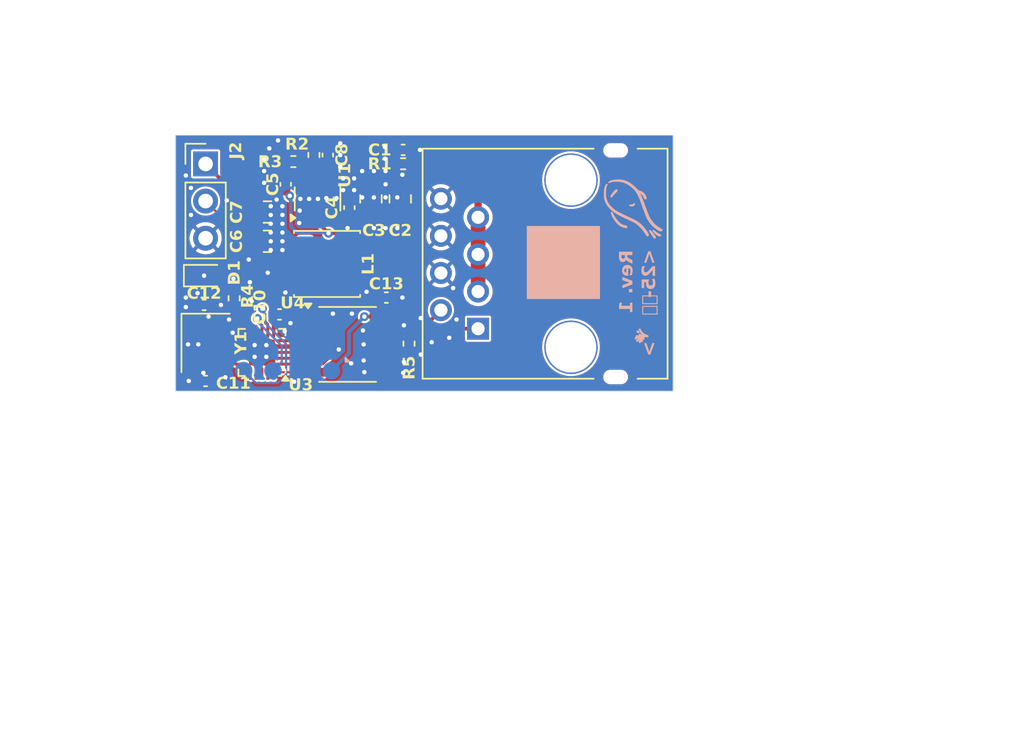
<source format=kicad_pcb>
(kicad_pcb (version 20241229) (generator "pcbnew") (generator_version "9.0")
  (layers (0 "F.Cu" signal) (2 "B.Cu" signal) (13 "F.Paste" user) (15 "B.Paste" user) (5 "F.SilkS" user "F.Silkscreen") (7 "B.SilkS" user "B.Silkscreen") (1 "F.Mask" user) (3 "B.Mask" user) (25 "Edge.Cuts" user))
  (net 0 "")
  (net 1 "GND")
  (net 2 "+24V")
  (net 3 "Net-(U1-BOOT)")
  (net 4 "Net-(U1-SW)")
  (net 5 "Net-(U1-FB)")
  (net 6 "/RS485_A")
  (net 7 "/RS485_B")
  (net 9 "Net-(C1-Pad1)")
  (net 10 "+5V")
  (net 11 "Net-(U3-PF1)")
  (net 12 "Net-(U3-PF0)")
  (net 13 "Net-(D1-A)")
  (net 14 "/SWDIO")
  (net 15 "/SWCLK")
  (net 16 "/LIGHT_SIG")
  (net 17 "/ACT_LED")
  (net 19 "/UART_RX")
  (net 20 "/UART_TX")
  (net 23 "/DE")
  (footprint "RJ45:RJ45_OST_PJ012-8P8CX_Vertical" (layer "F.Cu") (at 82.67 52.4775 90)
    (property "Reference" "J3" (hide yes))
    (property "Value" "RJ45")
    (pad "" np_thru_hole circle (at -3.305 9.4 90) (size 0.1 0.1) (drill oval 1 1.7) (layers "*.Cu" "*.Mask"))
    (pad "" np_thru_hole circle (at -1.27 6.35 90) (size 3.65 3.65) (drill 3.45) (layers "*.Cu" "*.Mask"))
    (pad "" np_thru_hole circle (at 10.16 6.35 90) (size 3.65 3.65) (drill 3.45) (layers "*.Cu" "*.Mask"))
    (pad "" np_thru_hole circle (at 12.195 9.4 90) (size 0.1 0.1) (drill oval 1 1.7) (layers "*.Cu" "*.Mask"))
    (pad "1" thru_hole rect (at 0 0 90) (size 1.5 1.5) (drill 0.9) (layers "*.Cu" "*.Mask") (net 6 "/RS485_A"))
    (pad "2" thru_hole circle (at 1.27 -2.54 90) (size 1.5 1.5) (drill 0.9) (layers "*.Cu" "*.Mask") (net 7 "/RS485_B"))
    (pad "3" thru_hole circle (at 2.54 0 90) (size 1.5 1.5) (drill 0.9) (layers "*.Cu" "*.Mask") (net 2 "+24V"))
    (pad "4" thru_hole circle (at 3.81 -2.54 90) (size 1.5 1.5) (drill 0.9) (layers "*.Cu" "*.Mask") (net 1 "GND"))
    (pad "5" thru_hole circle (at 5.08 0 90) (size 1.5 1.5) (drill 0.9) (layers "*.Cu" "*.Mask") (net 2 "+24V"))
    (pad "6" thru_hole circle (at 6.35 -2.54 90) (size 1.5 1.5) (drill 0.9) (layers "*.Cu" "*.Mask") (net 1 "GND"))
    (pad "7" thru_hole circle (at 7.62 0 90) (size 1.5 1.5) (drill 0.9) (layers "*.Cu" "*.Mask") (net 2 "+24V"))
    (pad "8" thru_hole circle (at 8.89 -2.54 90) (size 1.5 1.5) (drill 0.9) (layers "*.Cu" "*.Mask") (net 1 "GND"))
  )
  (footprint "Capacitor_SMD:C_0402_1005Metric" (layer "F.Cu") (at 77.55 40.25)
    (property "Reference" "C1" (at -1.6 0.05 0) (layer "F.SilkS") (effects (font (size 0.8 0.8))))
    (property "Value" "100n")
    (pad "1" smd roundrect (at -0.48 0) (size 0.56 0.62) (layers "F.Cu" "F.Mask" "F.Paste") (net 9 "Net-(C1-Pad1)"))
    (pad "2" smd roundrect (at 0.48 0) (size 0.56 0.62) (layers "F.Cu" "F.Mask" "F.Paste") (net 1 "GND"))
  )
  (footprint "Resistor_SMD:R_0402_1005Metric" (layer "F.Cu") (at 71.45 40.6 -90)
    (property "Reference" "R2" (at -0.7 1.15 0) (layer "F.SilkS") (effects (font (size 0.8 0.8))))
    (property "Value" "100k")
    (pad "1" smd roundrect (at -0.51 0 270) (size 0.54 0.64) (layers "F.Cu" "F.Mask" "F.Paste") (net 10 "+5V"))
    (pad "2" smd roundrect (at 0.51 0 270) (size 0.54 0.64) (layers "F.Cu" "F.Mask" "F.Paste") (net 5 "Net-(U1-FB)"))
  )
  (footprint "Capacitor_SMD:C_0402_1005Metric" (layer "F.Cu") (at 63.95 50.85)
    (property "Reference" "C12" (at 0 -0.75 0) (layer "F.SilkS") (effects (font (size 0.8 0.8))))
    (property "Value" "15p")
    (pad "1" smd roundrect (at -0.48 0) (size 0.56 0.62) (layers "F.Cu" "F.Mask" "F.Paste") (net 12 "Net-(U3-PF0)"))
    (pad "2" smd roundrect (at 0.48 0) (size 0.56 0.62) (layers "F.Cu" "F.Mask" "F.Paste") (net 1 "GND"))
  )
  (footprint "Capacitor_SMD:C_0402_1005Metric" (layer "F.Cu") (at 69.1 51.5)
    (property "Reference" "C10" (at -1.3 -0.5 90) (layer "F.SilkS") (effects (font (size 0.8 0.8))))
    (property "Value" "100n")
    (pad "1" smd roundrect (at -0.48 0) (size 0.56 0.62) (layers "F.Cu" "F.Mask" "F.Paste") (net 10 "+5V"))
    (pad "2" smd roundrect (at 0.48 0) (size 0.56 0.62) (layers "F.Cu" "F.Mask" "F.Paste") (net 1 "GND"))
  )
  (footprint "Resistor_SMD:R_0402_1005Metric" (layer "F.Cu") (at 70.05 41.05 180)
    (property "Reference" "R3" (at 1.6 -0.05 0) (layer "F.SilkS") (effects (font (size 0.8 0.8))))
    (property "Value" "15k")
    (pad "1" smd roundrect (at -0.51 0 180) (size 0.54 0.64) (layers "F.Cu" "F.Mask" "F.Paste") (net 5 "Net-(U1-FB)"))
    (pad "2" smd roundrect (at 0.51 0 180) (size 0.54 0.64) (layers "F.Cu" "F.Mask" "F.Paste") (net 1 "GND"))
  )
  (footprint "Resistor_SMD:R_0402_1005Metric" (layer "F.Cu") (at 77.55 41.2 180)
    (property "Reference" "R1" (at 1.6 -0.05 0) (layer "F.SilkS") (effects (font (size 0.8 0.8))))
    (property "Value" "4.7")
    (pad "1" smd roundrect (at -0.51 0 180) (size 0.54 0.64) (layers "F.Cu" "F.Mask" "F.Paste") (net 2 "+24V"))
    (pad "2" smd roundrect (at 0.51 0 180) (size 0.54 0.64) (layers "F.Cu" "F.Mask" "F.Paste") (net 9 "Net-(C1-Pad1)"))
  )
  (footprint "Inductor_SMD:L_Sunlord_SWPA4030S" (layer "F.Cu") (at 72.35 48.05 180)
    (property "Reference" "L1" (at -2.85 0 90) (layer "F.SilkS") (effects (font (size 0.8 0.8))))
    (property "Value" "10u")
    (pad "1" smd roundrect (at -1.5 0 180) (size 1.1 3.7) (layers "F.Cu" "F.Mask" "F.Paste") (roundrect_rratio 0.227273) (net 4 "Net-(U1-SW)"))
    (pad "2" smd roundrect (at 1.5 0 180) (size 1.1 3.7) (layers "F.Cu" "F.Mask" "F.Paste") (roundrect_rratio 0.227273) (net 10 "+5V"))
  )
  (footprint "Connector_PinHeader_2.54mm:PinHeader_1x03_P2.54mm_Vertical" (layer "F.Cu") (at 64.05 41.21)
    (property "Reference" "J2" (at 2.1 -0.91 90) (layer "F.SilkS") (effects (font (size 0.8 0.8))))
    (property "Value" "Conn_01x03_Pin")
    (pad "1" thru_hole rect (at 0 0) (size 1.7 1.7) (drill 1) (layers "*.Cu" "*.Mask") (net 10 "+5V"))
    (pad "2" thru_hole circle (at 0 2.54) (size 1.7 1.7) (drill 1) (layers "*.Cu" "*.Mask") (net 16 "/LIGHT_SIG"))
    (pad "3" thru_hole circle (at 0 5.08) (size 1.7 1.7) (drill 1) (layers "*.Cu" "*.Mask") (net 1 "GND"))
  )
  (footprint "Capacitor_SMD:C_0402_1005Metric" (layer "F.Cu") (at 72.4 40.6 -90)
    (property "Reference" "C8" (at 0 -1 90) (layer "F.SilkS") (effects (font (size 0.8 0.8))))
    (property "Value" "75p")
    (pad "1" smd roundrect (at -0.48 0 270) (size 0.56 0.62) (layers "F.Cu" "F.Mask" "F.Paste") (net 10 "+5V"))
    (pad "2" smd roundrect (at 0.48 0 270) (size 0.56 0.62) (layers "F.Cu" "F.Mask" "F.Paste") (net 5 "Net-(U1-FB)"))
  )
  (footprint "Capacitor_SMD:C_0402_1005Metric" (layer "F.Cu") (at 76.4 50.35 180)
    (property "Reference" "C13" (at 0 0.9 0) (layer "F.SilkS") (effects (font (size 0.8 0.8))))
    (property "Value" "100n")
    (pad "1" smd roundrect (at -0.48 0 180) (size 0.56 0.62) (layers "F.Cu" "F.Mask" "F.Paste") (net 1 "GND"))
    (pad "2" smd roundrect (at 0.48 0 180) (size 0.56 0.62) (layers "F.Cu" "F.Mask" "F.Paste") (net 10 "+5V"))
  )
  (footprint "Capacitor_SMD:C_0402_1005Metric" (layer "F.Cu") (at 73.875 44.2 90)
    (property "Reference" "C4" (at 0 -1.16 90) (layer "F.SilkS") (effects (font (size 0.8 0.8))))
    (property "Value" "100n")
    (pad "1" smd roundrect (at -0.48 0 90) (size 0.56 0.62) (layers "F.Cu" "F.Mask" "F.Paste") (net 2 "+24V"))
    (pad "2" smd roundrect (at 0.48 0 90) (size 0.56 0.62) (layers "F.Cu" "F.Mask" "F.Paste") (net 1 "GND"))
  )
  (footprint "Capacitor_SMD:C_0402_1005Metric" (layer "F.Cu") (at 64.05 56.05 180)
    (property "Reference" "C11" (at -1.9 -0.2 0) (layer "F.SilkS") (effects (font (size 0.8 0.8))))
    (property "Value" "15p")
    (pad "1" smd roundrect (at -0.48 0 180) (size 0.56 0.62) (layers "F.Cu" "F.Mask" "F.Paste") (net 11 "Net-(U3-PF1)"))
    (pad "2" smd roundrect (at 0.48 0 180) (size 0.56 0.62) (layers "F.Cu" "F.Mask" "F.Paste") (net 1 "GND"))
  )
  (footprint "Capacitor_SMD:C_0402_1005Metric" (layer "F.Cu") (at 69.525 42.6 -90)
    (property "Reference" "C5" (at 0 0.85 90) (layer "F.SilkS") (effects (font (size 0.8 0.8))))
    (property "Value" "100n")
    (pad "1" smd roundrect (at -0.48 0 270) (size 0.56 0.62) (layers "F.Cu" "F.Mask" "F.Paste") (net 3 "Net-(U1-BOOT)"))
    (pad "2" smd roundrect (at 0.48 0 270) (size 0.56 0.62) (layers "F.Cu" "F.Mask" "F.Paste") (net 4 "Net-(U1-SW)"))
  )
  (footprint "Capacitor_SMD:C_0805_2012Metric" (layer "F.Cu") (at 77.35 43.6 90)
    (property "Reference" "C2" (at -2.2 0 0) (layer "F.SilkS") (effects (font (size 0.8 0.8))))
    (property "Value" "10u 50V")
    (pad "1" smd roundrect (at -0.95 0 90) (size 1 1.45) (layers "F.Cu" "F.Mask" "F.Paste") (net 2 "+24V"))
    (pad "2" smd roundrect (at 0.95 0 90) (size 1 1.45) (layers "F.Cu" "F.Mask" "F.Paste") (net 1 "GND"))
  )
  (footprint "Resistor_SMD:R_0402_1005Metric" (layer "F.Cu") (at 66 50.4 90)
    (property "Reference" "R4" (at 0.15 0.95 90) (layer "F.SilkS") (effects (font (size 0.8 0.8))))
    (property "Value" "6.8k")
    (pad "1" smd roundrect (at -0.51 0 90) (size 0.54 0.64) (layers "F.Cu" "F.Mask" "F.Paste") (net 17 "/ACT_LED"))
    (pad "2" smd roundrect (at 0.51 0 90) (size 0.54 0.64) (layers "F.Cu" "F.Mask" "F.Paste") (net 13 "Net-(D1-A)"))
  )
  (footprint "Package_SO:SOIC-8_3.9x4.9mm_P1.27mm" (layer "F.Cu") (at 73.75 53.55)
    (property "Reference" "U4" (at -3.75 -2.795 0) (layer "F.SilkS") (effects (font (size 0.8 0.8))))
    (property "Value" "SP485E")
    (pad "1" smd roundrect (at -2.475 -1.905) (size 1.95 0.6) (layers "F.Cu" "F.Mask" "F.Paste") (net 19 "/UART_RX"))
    (pad "2" smd roundrect (at -2.475 -0.635) (size 1.95 0.6) (layers "F.Cu" "F.Mask" "F.Paste") (net 23 "/DE"))
    (pad "3" smd roundrect (at -2.475 0.635) (size 1.95 0.6) (layers "F.Cu" "F.Mask" "F.Paste") (net 23 "/DE"))
    (pad "4" smd roundrect (at -2.475 1.905) (size 1.95 0.6) (layers "F.Cu" "F.Mask" "F.Paste") (net 20 "/UART_TX"))
    (pad "5" smd roundrect (at 2.475 1.905) (size 1.95 0.6) (layers "F.Cu" "F.Mask" "F.Paste") (net 1 "GND"))
    (pad "6" smd roundrect (at 2.475 0.635) (size 1.95 0.6) (layers "F.Cu" "F.Mask" "F.Paste") (net 6 "/RS485_A"))
    (pad "7" smd roundrect (at 2.475 -0.635) (size 1.95 0.6) (layers "F.Cu" "F.Mask" "F.Paste") (net 7 "/RS485_B"))
    (pad "8" smd roundrect (at 2.475 -1.905) (size 1.95 0.6) (layers "F.Cu" "F.Mask" "F.Paste") (net 10 "+5V"))
  )
  (footprint "Resistor_SMD:R_0402_1005Metric" (layer "F.Cu") (at 77.95 53.5 90)
    (property "Reference" "R5" (at -1.65 0.05 90) (layer "F.SilkS") (effects (font (size 0.8 0.8))))
    (property "Value" "100")
    (pad "1" smd roundrect (at -0.51 0 90) (size 0.54 0.64) (layers "F.Cu" "F.Mask" "F.Paste") (net 6 "/RS485_A"))
    (pad "2" smd roundrect (at 0.51 0 90) (size 0.54 0.64) (layers "F.Cu" "F.Mask" "F.Paste") (net 7 "/RS485_B"))
  )
  (footprint "Package_TO_SOT_SMD:SOT-23-6" (layer "F.Cu") (at 71.7 43.6 90)
    (property "Reference" "U1" (at 1.6 1.9 90) (layer "F.SilkS") (effects (font (size 0.8 0.8))))
    (property "Value" "TPS54302")
    (pad "1" smd roundrect (at -1.1375 -0.95 90) (size 1.325 0.6) (layers "F.Cu" "F.Mask" "F.Paste") (net 1 "GND"))
    (pad "2" smd roundrect (at -1.1375 0 90) (size 1.325 0.6) (layers "F.Cu" "F.Mask" "F.Paste") (net 4 "Net-(U1-SW)"))
    (pad "3" smd roundrect (at -1.1375 0.95 90) (size 1.325 0.6) (layers "F.Cu" "F.Mask" "F.Paste") (net 2 "+24V"))
    (pad "4" smd roundrect (at 1.1375 0.95 90) (size 1.325 0.6) (layers "F.Cu" "F.Mask" "F.Paste") (net 5 "Net-(U1-FB)"))
    (pad "5" smd roundrect (at 1.1375 0 90) (size 1.325 0.6) (layers "F.Cu" "F.Mask" "F.Paste"))
    (pad "6" smd roundrect (at 1.1375 -0.95 90) (size 1.325 0.6) (layers "F.Cu" "F.Mask" "F.Paste") (net 3 "Net-(U1-BOOT)"))
  )
  (footprint "Capacitor_SMD:C_0805_2012Metric" (layer "F.Cu") (at 68.275 46.5)
    (property "Reference" "C6" (at -2.075 0 90) (layer "F.SilkS") (effects (font (size 0.8 0.8))))
    (property "Value" "22u 25V")
    (pad "1" smd roundrect (at -0.95 0) (size 1 1.45) (layers "F.Cu" "F.Mask" "F.Paste") (net 10 "+5V"))
    (pad "2" smd roundrect (at 0.95 0) (size 1 1.45) (layers "F.Cu" "F.Mask" "F.Paste") (net 1 "GND"))
  )
  (footprint "Package_DFN_QFN:QFN-20-1EP_3x3mm_P0.4mm_EP1.65x1.65mm" (layer "F.Cu") (at 67.9 54.1 180)
    (property "Reference" "U3" (at -2.65 -2.25 0) (layer "F.SilkS") (effects (font (size 0.8 0.8))))
    (property "Value" "PY32F003F18U6")
    (pad "1" smd roundrect (at -1.45 -0.8 180) (size 0.85 0.2) (layers "F.Cu" "F.Mask" "F.Paste") (net 19 "/UART_RX"))
    (pad "2" smd roundrect (at -1.45 -0.4 180) (size 0.85 0.2) (layers "F.Cu" "F.Mask" "F.Paste") (net 23 "/DE"))
    (pad "3" smd roundrect (at -1.45 0 180) (size 0.85 0.2) (layers "F.Cu" "F.Mask" "F.Paste"))
    (pad "4" smd roundrect (at -1.45 0.4 180) (size 0.85 0.2) (layers "F.Cu" "F.Mask" "F.Paste") (net 1 "GND"))
    (pad "5" smd roundrect (at -1.45 0.8 180) (size 0.85 0.2) (layers "F.Cu" "F.Mask" "F.Paste"))
    (pad "6" smd roundrect (at -0.8 1.45 180) (size 0.2 0.85) (layers "F.Cu" "F.Mask" "F.Paste") (net 10 "+5V"))
    (pad "7" smd roundrect (at -0.4 1.45 180) (size 0.2 0.85) (layers "F.Cu" "F.Mask" "F.Paste") (net 14 "/SWDIO"))
    (pad "8" smd roundrect (at 0 1.45 180) (size 0.2 0.85) (layers "F.Cu" "F.Mask" "F.Paste") (net 15 "/SWCLK"))
    (pad "9" smd roundrect (at 0.4 1.45 180) (size 0.2 0.85) (layers "F.Cu" "F.Mask" "F.Paste"))
    (pad "10" smd roundrect (at 0.8 1.45 180) (size 0.2 0.85) (layers "F.Cu" "F.Mask" "F.Paste") (net 16 "/LIGHT_SIG"))
    (pad "11" smd roundrect (at 1.45 0.8 180) (size 0.85 0.2) (layers "F.Cu" "F.Mask" "F.Paste") (net 17 "/ACT_LED"))
    (pad "12" smd roundrect (at 1.45 0.4 180) (size 0.85 0.2) (layers "F.Cu" "F.Mask" "F.Paste"))
    (pad "13" smd roundrect (at 1.45 0 180) (size 0.85 0.2) (layers "F.Cu" "F.Mask" "F.Paste") (net 12 "Net-(U3-PF0)"))
    (pad "14" smd roundrect (at 1.45 -0.4 180) (size 0.85 0.2) (layers "F.Cu" "F.Mask" "F.Paste") (net 11 "Net-(U3-PF1)"))
    (pad "15" smd roundrect (at 1.45 -0.8 180) (size 0.85 0.2) (layers "F.Cu" "F.Mask" "F.Paste"))
    (pad "16" smd roundrect (at 0.8 -1.45 180) (size 0.2 0.85) (layers "F.Cu" "F.Mask" "F.Paste"))
    (pad "17" smd roundrect (at 0.4 -1.45 180) (size 0.2 0.85) (layers "F.Cu" "F.Mask" "F.Paste"))
    (pad "18" smd roundrect (at 0 -1.45 180) (size 0.2 0.85) (layers "F.Cu" "F.Mask" "F.Paste"))
    (pad "19" smd roundrect (at -0.4 -1.45 180) (size 0.2 0.85) (layers "F.Cu" "F.Mask" "F.Paste"))
    (pad "20" smd roundrect (at -0.8 -1.45 180) (size 0.2 0.85) (layers "F.Cu" "F.Mask" "F.Paste") (net 20 "/UART_TX"))
    (pad "21" smd rect (at 0 0 180) (size 1.65 1.65) (property pad_prop_heatsink) (layers "F.Cu" "F.Mask") (net 1 "GND"))
  )
  (footprint "Capacitor_SMD:C_0805_2012Metric" (layer "F.Cu") (at 68.275 44.5)
    (property "Reference" "C7" (at -2.075 0 90) (layer "F.SilkS") (effects (font (size 0.8 0.8))))
    (property "Value" "22u 25V")
    (pad "1" smd roundrect (at -0.95 0) (size 1 1.45) (layers "F.Cu" "F.Mask" "F.Paste") (net 10 "+5V"))
    (pad "2" smd roundrect (at 0.95 0) (size 1 1.45) (layers "F.Cu" "F.Mask" "F.Paste") (net 1 "GND"))
  )
  (footprint "Crystal:Crystal_SMD_3225-4Pin_3.2x2.5mm" (layer "F.Cu") (at 64.05 53.45 -90)
    (property "Reference" "Y1" (at 0 -2.45 90) (layer "F.SilkS") (effects (font (size 0.8 0.8))))
    (property "Value" "16MHz 9pF")
    (pad "1" smd rect (at -1.1 0.85 270) (size 1.4 1.2) (layers "F.Cu" "F.Mask" "F.Paste") (net 12 "Net-(U3-PF0)"))
    (pad "2" smd rect (at 1.1 0.85 270) (size 1.4 1.2) (layers "F.Cu" "F.Mask" "F.Paste") (net 1 "GND"))
    (pad "3" smd rect (at 1.1 -0.85 270) (size 1.4 1.2) (layers "F.Cu" "F.Mask" "F.Paste") (net 11 "Net-(U3-PF1)"))
    (pad "4" smd rect (at -1.1 -0.85 270) (size 1.4 1.2) (layers "F.Cu" "F.Mask" "F.Paste") (net 1 "GND"))
  )
  (footprint "LED_SMD:LED_0603_1608Metric" (layer "F.Cu") (at 64.05 48.85)
    (property "Reference" "D1" (at 2 -0.2 90) (layer "F.SilkS") (effects (font (size 0.8 0.8))))
    (property "Value" "White")
    (pad "1" smd roundrect (at -0.7875 0) (size 0.875 0.95) (layers "F.Cu" "F.Mask" "F.Paste") (net 1 "GND"))
    (pad "2" smd roundrect (at 0.7875 0) (size 0.875 0.95) (layers "F.Cu" "F.Mask" "F.Paste") (net 13 "Net-(D1-A)"))
  )
  (footprint "Capacitor_SMD:C_0805_2012Metric" (layer "F.Cu") (at 75.35 43.6 90)
    (property "Reference" "C3" (at -2.2 0.2 0) (layer "F.SilkS") (effects (font (size 0.8 0.8))))
    (property "Value" "10u 50V")
    (pad "1" smd roundrect (at -0.95 0 90) (size 1 1.45) (layers "F.Cu" "F.Mask" "F.Paste") (net 2 "+24V"))
    (pad "2" smd roundrect (at 0.95 0 90) (size 1 1.45) (layers "F.Cu" "F.Mask" "F.Paste") (net 1 "GND"))
  )
  (footprint "LOGO" (layer "B.Cu") (at 93.35 44.35 -90)
    (property "Reference" "G***" (hide yes))
    (property "Value" "LOGO" (hide yes))
  )
  (footprint "TestPoints_P2.00:TestPoints_1x04_P2.00" (layer "B.Cu") (at 69.65 55.35 180)
    (property "Reference" "J1" (hide yes))
    (property "Value" "Conn_01x04")
    (pad "1" smd circle (at -3 0 180) (size 1.2 1.2) (layers "B.Cu" "B.Mask" "B.Paste") (net 10 "+5V"))
    (pad "2" smd circle (at -1 0 180) (size 1.2 1.2) (layers "B.Cu" "B.Mask" "B.Paste") (net 1 "GND"))
    (pad "3" smd circle (at 1 0 180) (size 1.2 1.2) (layers "B.Cu" "B.Mask" "B.Paste") (net 15 "/SWCLK"))
    (pad "4" smd circle (at 3 0 180) (size 1.2 1.2) (layers "B.Cu" "B.Mask" "B.Paste") (net 14 "/SWDIO"))
  )
  (gr_rect (start 86 45.45) (end 91 50.45) (fill yes) (layer "B.SilkS"))
  (gr_arc (start 93.544087 53.301578) (mid 93.792959 53.067949) (end 94.119509 52.968527) (stroke (width 0.15)) (layer "B.SilkS"))
  (gr_line (start 93.96951 53.168527) (end 93.869509 53.168527) (stroke (width 0.15)) (layer "B.SilkS"))
  (gr_line (start 93.619509 52.718526) (end 93.569509 52.668526) (stroke (width 0.15)) (layer "B.SilkS"))
  (gr_line (start 93.719509 52.893527) (end 93.694509 52.968527) (stroke (width 0.15)) (layer "B.SilkS"))
  (gr_arc (start 93.721305 53.384526) (mid 93.86988 53.112407) (end 94.144509 52.968527) (stroke (width 0.15)) (layer "B.SilkS"))
  (gr_arc (start 94.212382 52.974273) (mid 93.914862 52.817352) (end 93.719511 52.543527) (stroke (width 0.15)) (layer "B.SilkS"))
  (gr_line (start 93.869509 53.318527) (end 93.79451 53.318527) (stroke (width 0.15)) (layer "B.SilkS"))
  (gr_line (start 93.519509 52.993526) (end 93.519509 53.043527) (stroke (width 0.15)) (layer "B.SilkS"))
  (gr_arc (start 93.442486 53.140409) (mid 93.81962 52.936587) (end 94.24451 52.993527) (stroke (width 0.15)) (layer "B.SilkS"))
  (gr_rect (start 62 39.25) (end 96 56.75) (stroke (width 0.05)) (fill no) (layer "Edge.Cuts"))
  (gr_text "Rev. 1" (at 93.370316 47.093527 90) (layer "B.SilkS") (effects (font (size 0.9 0.9) (thickness 0.2) (bold yes)) (justify left bottom mirror)))
  (gr_text "白露" (at 94.870316 50.143527 90) (layer "B.SilkS") (effects (font (size 0.85 0.85) (thickness 0.18) (bold yes)) (justify left bottom mirror)))
  (gr_text "<25-" (at 94.920316 47.043527 90) (layer "B.SilkS") (effects (font (size 0.9 0.9) (thickness 0.18) (bold yes)) (justify left bottom mirror)))
  (gr_text ">" (at 94.920316 53.323527 90) (layer "B.SilkS") (effects (font (size 0.9 0.9) (thickness 0.18) (bold yes)) (justify left bottom mirror)))
  (segment (start 68.925 44.2) (end 68.925 41.665) (width 0.15) (layer "F.Cu") (net 1))
  (segment (start 69.225 44.2) (end 68.925 43.9) (width 0.15) (layer "F.Cu") (net 1))
  (segment (start 68.925 41.665) (end 69.54 41.05) (width 0.15) (layer "F.Cu") (net 1))
  (via (at 80.7 53.1) (size 0.6) (drill 0.3) (layers "F.Cu" "B.Cu") (net 1))
  (via (at 68.4 40.15) (size 0.6) (drill 0.3) (layers "F.Cu" "B.Cu") (net 1))
  (via (at 67.4 54.4) (size 0.6) (drill 0.3) (layers "F.Cu" "B.Cu") (net 1))
  (via (at 65.9 52.75) (size 0.6) (drill 0.3) (layers "F.Cu" "B.Cu") (net 1))
  (via (at 73.45 42.2) (size 0.6) (drill 0.3) (layers "F.Cu" "B.Cu") (net 1))
  (via (at 67.075 49.3) (size 0.6) (drill 0.3) (layers "F.Cu" "B.Cu") (net 1))
  (via (at 77.5 41.95) (size 0.6) (drill 0.3) (layers "F.Cu" "B.Cu") (net 1))
  (via (at 73.25 39.8) (size 0.6) (drill 0.3) (layers "F.Cu" "B.Cu") (net 1))
  (via (at 70.475 44.4) (size 0.6) (drill 0.3) (layers "F.Cu" "B.Cu") (net 1))
  (via (at 62.9 56.05) (size 0.6) (drill 0.3) (layers "F.Cu" "B.Cu") (net 1))
  (via (at 63.9 55.5) (size 0.6) (drill 0.3) (layers "F.Cu" "B.Cu") (net 1))
  (via (at 68.05 40.9) (size 0.6) (drill 0.3) (layers "F.Cu" "B.Cu") (net 1))
  (via (at 67.4 53.6) (size 0.6) (drill 0.3) (layers "F.Cu" "B.Cu") (net 1))
  (via (at 65.1 50.85) (size 0.6) (drill 0.3) (layers "F.Cu" "B.Cu") (net 1))
  (via (at 69.3 44.7) (size 0.6) (drill 0.3) (layers "F.Cu" "B.Cu") (net 1))
  (via (at 80.969 49.7) (size 0.6) (drill 0.3) (layers "F.Cu" "B.Cu") (net 1))
  (via (at 64.25 51.65) (size 0.6) (drill 0.3) (layers "F.Cu" "B.Cu") (net 1))
  (via (at 62.7 50.35) (size 0.6) (drill 0.3) (layers "F.Cu" "B.Cu") (net 1))
  (via (at 62.7 51) (size 0.6) (drill 0.3) (layers "F.Cu" "B.Cu") (net 1))
  (via (at 78.7 40.25) (size 0.6) (drill 0.3) (layers "F.Cu" "B.Cu") (net 1))
  (via (at 74.75 43.5) (size 0.6) (drill 0.3) (layers "F.Cu" "B.Cu") (net 1))
  (via (at 70.1 56.1) (size 0.6) (drill 0.3) (layers "F.Cu" "B.Cu") (net 1))
  (via (at 74.85 53.55) (size 0.6) (drill 0.3) (layers "F.Cu" "B.Cu") (net 1))
  (via (at 68.5 45.3) (size 0.6) (drill 0.3) (layers "F.Cu" "B.Cu") (net 1))
  (via (at 65.4 55.8) (size 0.6) (drill 0.3) (layers "F.Cu" "B.Cu") (net 1))
  (via (at 71.725 43.6) (size 0.6) (drill 0.3) (layers "F.Cu" "B.Cu") (net 1))
  (via (at 68.2 54.4) (size 0.6) (drill 0.3) (layers "F.Cu" "B.Cu") (net 1))
  (via (at 69.5 50) (size 0.6) (drill 0.3) (layers "F.Cu" "B.Cu") (net 1))
  (via (at 69.3 45.3) (size 0.6) (drill 0.3) (layers "F.Cu" "B.Cu") (net 1))
  (via (at 67.2 50.6) (size 0.6) (drill 0.3) (layers "F.Cu" "B.Cu") (net 1))
  (via (at 68.5 44.1) (size 0.6) (drill 0.3) (layers "F.Cu" "B.Cu") (net 1))
  (via (at 74.2 43) (size 0.6) (drill 0.3) (layers "F.Cu" "B.Cu") (net 1))
  (via (at 69.3 47.1) (size 0.6) (drill 0.3) (layers "F.Cu" "B.Cu") (net 1))
  (via (at 69.3 44.1) (size 0.6) (drill 0.3) (layers "F.Cu" "B.Cu") (net 1))
  (via (at 68.05 41.7) (size 0.6) (drill 0.3) (layers "F.Cu" "B.Cu") (net 1))
  (via (at 74.2 42.2) (size 0.6) (drill 0.3) (layers "F.Cu" "B.Cu") (net 1))
  (via (at 65.5 43.7) (size 0.6) (drill 0.3) (layers "F.Cu" "B.Cu") (net 1))
  (via (at 76.35 43.5) (size 0.6) (drill 0.3) (layers "F.Cu" "B.Cu") (net 1))
  (via (at 78.75 54.25) (size 0.6) (drill 0.3) (layers "F.Cu" "B.Cu") (net 1))
  (via (at 68.5 44.7) (size 0.6) (drill 0.3) (layers "F.Cu" "B.Cu") (net 1))
  (via (at 73 43.55) (size 0.6) (drill 0.3) (layers "F.Cu" "B.Cu") (net 1))
  (via (at 65.65 51.85) (size 0.6) (drill 0.3) (layers "F.Cu" "B.Cu") (net 1))
  (via (at 63.55 53.55) (size 0.6) (drill 0.3) (layers "F.Cu" "B.Cu") (net 1))
  (via (at 73.25 41.4) (size 0.6) (drill 0.3) (layers "F.Cu" "B.Cu") (net 1))
  (via (at 74 54.85) (size 0.6) (drill 0.3) (layers "F.Cu" "B.Cu") (net 1))
  (via (at 62.85 53.55) (size 0.6) (drill 0.3) (layers "F.Cu" "B.Cu") (net 1))
  (via (at 76.3 40.05) (size 0.6) (drill 0.3) (layers "F.Cu" "B.Cu") (net 1))
  (via (at 74.75 41.7) (size 0.6) (drill 0.3) (layers "F.Cu" "B.Cu") (net 1))
  (via (at 69.3 45.9) (size 0.6) (drill 0.3) (layers "F.Cu" "B.Cu") (net 1))
  (via (at 69.85 52.1) (size 0.6) (drill 0.3) (layers "F.Cu" "B.Cu") (net 1))
  (via (at 77.6 52.25) (size 0.6) (drill 0.3) (layers "F.Cu" "B.Cu") (net 1))
  (via (at 74.85 54.65) (size 0.6) (drill 0.3) (layers "F.Cu" "B.Cu") (net 1))
  (via (at 73.15 53.9) (size 0.6) (drill 0.3) (layers "F.Cu" "B.Cu") (net 1))
  (via (at 77.6 54.75) (size 0.6) (drill 0.3) (layers "F.Cu" "B.Cu") (net 1))
  (via (at 68.05 42.5) (size 0.6) (drill 0.3) (layers "F.Cu" "B.Cu") (net 1))
  (via (at 81.2 51.85) (size 0.6) (drill 0.3) (layers "F.Cu" "B.Cu") (net 1))
  (via (at 77.15 45.6) (size 0.6) (drill 0.3) (layers "F.Cu" "B.Cu") (net 1))
  (via (at 69.3 46.5) (size 0.6) (drill 0.3) (layers "F.Cu" "B.Cu") (net 1))
  (via (at 63.95 48.85) (size 0.6) (drill 0.3) (layers "F.Cu" "B.Cu") (net 1))
  (via (at 76.3 40.85) (size 0.6) (drill 0.3) (layers "F.Cu" "B.Cu") (net 1))
  (via (at 73.45 43) (size 0.6) (drill 0.3) (layers "F.Cu" "B.Cu") (net 1))
  (via (at 68.3 48.65) (size 0.6) (drill 0.3) (layers "F.Cu" "B.Cu") (net 1))
  (via (at 62.7 42) (size 0.6) (drill 0.3) (layers "F.Cu" "B.Cu") (net 1))
  (via (at 75.05 49.95) (size 0.6) (drill 0.3) (layers "F.Cu" "B.Cu") (net 1))
  (via (at 72.75 51.45) (size 0.6) (drill 0.3) (layers "F.Cu" "B.Cu") (net 1))
  (via (at 78.75 51.75) (size 0.6) (drill 0.3) (layers "F.Cu" "B.Cu") (net 1))
  (via (at 63.5 50.05) (size 0.6) (drill 0.3) (layers "F.Cu" "B.Cu") (net 1))
  (via (at 70.525 43.6) (size 0.6) (drill 0.3) (layers "F.Cu" "B.Cu") (net 1))
  (via (at 73.25 40.6) (size 0.6) (drill 0.3) (layers "F.Cu" "B.Cu") (net 1))
  (via (at 69.45 52.65) (size 0.6) (drill 0.3) (layers "F.Cu" "B.Cu") (net 1))
  (via (at 72.3 43.55) (size 0.6) (drill 0.3) (layers "F.Cu" "B.Cu") (net 1))
  (via (at 76.35 42.6) (size 0.6) (drill 0.3) (layers "F.Cu" "B.Cu") (net 1))
  (via (at 74.05 51.45) (size 0.6) (drill 0.3) (layers "F.Cu" "B.Cu") (net 1))
  (via (at 68.2 53.6) (size 0.6) (drill 0.3) (layers "F.Cu" "B.Cu") (net 1))
  (via (at 77.15 43.5) (size 0.6) (drill 0.3) (layers "F.Cu" "B.Cu") (net 1))
  (via (at 70.45 45.25) (size 0.6) (drill 0.3) (layers "F.Cu" "B.Cu") (net 1))
  (via (at 76.35 45.6) (size 0.6) (drill 0.3) (layers "F.Cu" "B.Cu") (net 1))
  (via (at 65.95 49.05) (size 0.6) (drill 0.3) (layers "F.Cu" "B.Cu") (net 1))
  (via (at 68.5 47.1) (size 0.6) (drill 0.3) (layers "F.Cu" "B.Cu") (net 1))
  (via (at 68.5 46.5) (size 0.6) (drill 0.3) (layers "F.Cu" "B.Cu") (net 1))
  (via (at 75.55 43.5) (size 0.6) (drill 0.3) (layers "F.Cu" "B.Cu") (net 1))
  (via (at 74.8 52.6) (size 0.6) (drill 0.3) (layers "F.Cu" "B.Cu") (net 1))
  (via (at 68.5 45.9) (size 0.6) (drill 0.3) (layers "F.Cu" "B.Cu") (net 1))
  (via (at 74.9 55.45) (size 0.6) (drill 0.3) (layers "F.Cu" "B.Cu") (net 1))
  (via (at 67 47.75) (size 0.6) (drill 0.3) (layers "F.Cu" "B.Cu") (net 1))
  (via (at 63.05 42.85) (size 0.6) (drill 0.3) (layers "F.Cu" "B.Cu") (net 1))
  (via (at 75.55 45.6) (size 0.6) (drill 0.3) (layers "F.Cu" "B.Cu") (net 1))
  (via (at 63.05 44.7) (size 0.6) (drill 0.3) (layers "F.Cu" "B.Cu") (net 1))
  (via (at 69 39.6) (size 0.6) (drill 0.3) (layers "F.Cu" "B.Cu") (net 1))
  (via (at 68.9 43.65) (size 0.6) (drill 0.3) (layers "F.Cu" "B.Cu") (net 1))
  (via (at 76.35 41.7) (size 0.6) (drill 0.3) (layers "F.Cu" "B.Cu") (net 1))
  (via (at 79.5 53.4) (size 0.6) (drill 0.3) (layers "F.Cu" "B.Cu") (net 1))
  (via (at 77.55 55.5) (size 0.6) (drill 0.3) (layers "F.Cu" "B.Cu") (net 1))
  (via (at 73.75 45.6) (size 0.6) (drill 0.3) (layers "F.Cu" "B.Cu") (net 1))
  (via (at 75.55 41.7) (size 0.6) (drill 0.3) (layers "F.Cu" "B.Cu") (net 1))
  (via (at 77.5 50.35) (size 0.6) (drill 0.3) (layers "F.Cu" "B.Cu") (net 1))
  (via (at 71.125 43.6) (size 0.6) (drill 0.3) (layers "F.Cu" "B.Cu") (net 1))
  (segment (start 78.576 43.324) (end 77.35 44.55) (width 0.5) (layer "F.Cu") (net 2))
  (segment (start 82.67 43.57) (end 80.3 41.2) (width 0.5) (layer "F.Cu") (net 2))
  (segment (start 78.06 41.2) (end 78.576 41.716) (width 0.5) (layer "F.Cu") (net 2))
  (segment (start 73.875 44.68) (end 73.875 44.7) (width 0.5) (layer "F.Cu") (net 2))
  (segment (start 78.576 41.716) (end 78.576 43.324) (width 0.5) (layer "F.Cu") (net 2))
  (segment (start 82.67 44.8575) (end 82.67 49.9375) (width 1) (layer "F.Cu") (net 2))
  (segment (start 75.35 44.55) (end 77.35 44.55) (width 0.5) (layer "F.Cu") (net 2))
  (segment (start 73.875 44.68) (end 75.22 44.68) (width 0.5) (layer "F.Cu") (net 2))
  (segment (start 80.3 41.2) (end 78.06 41.2) (width 0.5) (layer "F.Cu") (net 2))
  (segment (start 82.67 44.8575) (end 82.67 43.57) (width 0.5) (layer "F.Cu") (net 2))
  (segment (start 75.22 44.68) (end 75.35 44.55) (width 0.5) (layer "F.Cu") (net 2))
  (segment (start 82.67 49.9375) (end 82.92 49.9375) (width 0.5) (layer "F.Cu") (net 2))
  (segment (start 72.65 44.7375) (end 72.7075 44.68) (width 0.5) (layer "F.Cu") (net 2))
  (segment (start 72.7075 44.68) (end 73.875 44.68) (width 0.5) (layer "F.Cu") (net 2))
  (segment (start 69.525 42.12) (end 69.855 42.45) (width 0.25) (layer "F.Cu") (net 3))
  (segment (start 69.855 42.45) (end 70.7375 42.45) (width 0.25) (layer "F.Cu") (net 3))
  (segment (start 70.7375 42.45) (end 70.75 42.4625) (width 0.15) (layer "F.Cu") (net 3))
  (segment (start 72.45 45.95) (end 71.7 45.2) (width 0.25) (layer "F.Cu") (net 4))
  (segment (start 69.525 43.08) (end 69.525 43.115104) (width 0.15) (layer "F.Cu") (net 4))
  (segment (start 73.2 45.95) (end 73.85 46.6) (width 0.25) (layer "F.Cu") (net 4))
  (segment (start 73.85 46.6) (end 73.85 48.05) (width 0.25) (layer "F.Cu") (net 4))
  (segment (start 69.525 43.115104) (end 69.803854 43.393958) (width 0.15) (layer "F.Cu") (net 4))
  (segment (start 72.45 45.95) (end 73.2 45.95) (width 0.25) (layer "F.Cu") (net 4))
  (segment (start 71.7 45.2) (end 71.7 44.7375) (width 0.25) (layer "F.Cu") (net 4))
  (via (at 69.803854 43.393958) (size 0.6) (drill 0.3) (layers "F.Cu" "B.Cu") (net 4))
  (via (at 72.45 45.95) (size 0.6) (drill 0.3) (layers "F.Cu" "B.Cu") (net 4))
  (segment (start 69.803854 43.622731) (end 69.803854 43.393958) (width 0.25) (layer "B.Cu") (net 4))
  (segment (start 69.875 45.5) (end 69.875 43.693877) (width 0.25) (layer "B.Cu") (net 4))
  (segment (start 69.875 43.693877) (end 69.803854 43.622731) (width 0.25) (layer "B.Cu") (net 4))
  (segment (start 70.275 45.9) (end 69.875 45.5) (width 0.25) (layer "B.Cu") (net 4))
  (segment (start 72.45 45.95) (end 72.4 45.9) (width 0.25) (layer "B.Cu") (net 4))
  (segment (start 72.4 45.9) (end 70.275 45.9) (width 0.25) (layer "B.Cu") (net 4))
  (segment (start 72.37 41.11) (end 72.4 41.08) (width 0.15) (layer "F.Cu") (net 5))
  (segment (start 71.45 41.11) (end 70.62 41.11) (width 0.15) (layer "F.Cu") (net 5))
  (segment (start 72.65 41.33) (end 72.4 41.08) (width 0.15) (layer "F.Cu") (net 5))
  (segment (start 72.65 42.4625) (end 72.65 41.33) (width 0.15) (layer "F.Cu") (net 5))
  (segment (start 71.45 41.11) (end 72.37 41.11) (width 0.15) (layer "F.Cu") (net 5))
  (segment (start 70.62 41.11) (end 70.56 41.05) (width 0.15) (layer "F.Cu") (net 5))
  (segment (start 82.67 52.4775) (end 79.4825 52.4775) (width 0.25) (layer "F.Cu") (net 6))
  (segment (start 76.4 54.01) (end 76.225 54.185) (width 0.25) (layer "F.Cu") (net 6))
  (segment (start 77.95 54.01) (end 76.4 54.01) (width 0.25) (layer "F.Cu") (net 6))
  (segment (start 79.4825 52.4775) (end 77.95 54.01) (width 0.25) (layer "F.Cu") (net 6))
  (segment (start 80.13 51.2075) (end 78.3475 52.99) (width 0.25) (layer "F.Cu") (net 7))
  (segment (start 76.225 52.915) (end 77.875 52.915) (width 0.25) (layer "F.Cu") (net 7))
  (segment (start 78.3475 52.99) (end 77.95 52.99) (width 0.25) (layer "F.Cu") (net 7))
  (segment (start 77.875 52.915) (end 77.95 52.99) (width 0.25) (layer "F.Cu") (net 7))
  (segment (start 77.07 40.25) (end 77.07 41.17) (width 0.5) (layer "F.Cu") (net 9))
  (segment (start 77.07 41.17) (end 77.04 41.2) (width 0.5) (layer "F.Cu") (net 9))
  (segment (start 68.575 40.75) (end 69.235 40.09) (width 0.15) (layer "F.Cu") (net 10))
  (segment (start 64.75 41.925) (end 67.325 44.5) (width 0.25) (layer "F.Cu") (net 10))
  (segment (start 76.22 51.65) (end 76.225 51.645) (width 0.25) (layer "F.Cu") (net 10))
  (segment (start 75.92 50.35) (end 75.92 51.34) (width 0.25) (layer "F.Cu") (net 10))
  (segment (start 68.664 51.456) (end 68.62 51.5) (width 0.25) (layer "F.Cu") (net 10))
  (segment (start 68.664 50.614) (end 75.656 50.614) (width 0.25) (layer "F.Cu") (net 10))
  (segment (start 75.92 51.34) (end 76.225 51.645) (width 0.25) (layer "F.Cu") (net 10))
  (segment (start 67.325 44.5) (end 67.325 44.175) (width 0.15) (layer "F.Cu") (net 10))
  (segment (start 72.37 40.09) (end 72.4 40.12) (width 0.15) (layer "F.Cu") (net 10))
  (segment (start 67.325 46.5) (end 67.325 46.775) (width 0.25) (layer "F.Cu") (net 10))
  (segment (start 68.62 51.5) (end 68.7 51.58) (width 0.25) (layer "F.Cu") (net 10))
  (segment (start 67.325 44.175) (end 68.575 42.925) (width 0.15) (layer "F.Cu") (net 10))
  (segment (start 68.7 51.58) (end 68.7 52.65) (width 0.25) (layer "F.Cu") (net 10))
  (segment (start 67.325 44.5) (end 67.325 46.5) (width 0.25) (layer "F.Cu") (net 10))
  (segment (start 67.325 46.775) (end 68.6 48.05) (width 0.25) (layer "F.Cu") (net 10))
  (segment (start 67.325 46.5) (end 67.65 46.825) (width 0.25) (layer "F.Cu") (net 10))
  (segment (start 68.6 48.05) (end 70.85 48.05) (width 0.25) (layer "F.Cu") (net 10))
  (segment (start 67.65 46.825) (end 67.65 49.6) (width 0.25) (layer "F.Cu") (net 10))
  (segment (start 75.656 50.614) (end 75.92 50.35) (width 0.25) (layer "F.Cu") (net 10))
  (segment (start 68.575 42.925) (end 68.575 40.75) (width 0.15) (layer "F.Cu") (net 10))
  (segment (start 64.05 41.21) (end 64.75 41.91) (width 0.25) (layer "F.Cu") (net 10))
  (segment (start 68.664 50.614) (end 68.664 51.456) (width 0.25) (layer "F.Cu") (net 10))
  (segment (start 74.9 51.65) (end 76.22 51.65) (width 0.25) (layer "F.Cu") (net 10))
  (segment (start 67.65 49.6) (end 68.664 50.614) (width 0.25) (layer "F.Cu") (net 10))
  (segment (start 71.45 40.09) (end 72.37 40.09) (width 0.15) (layer "F.Cu") (net 10))
  (segment (start 64.75 41.91) (end 64.75 41.925) (width 0.25) (layer "F.Cu") (net 10))
  (segment (start 69.235 40.09) (end 71.45 40.09) (width 0.15) (layer "F.Cu") (net 10))
  (via (at 74.9 51.65) (size 0.6) (drill 0.3) (layers "F.Cu" "B.Cu") (net 10))
  (segment (start 73.85 54.15) (end 73.85 52.7) (width 0.25) (layer "B.Cu") (net 10))
  (segment (start 72.65 55.35) (end 73.85 54.15) (width 0.25) (layer "B.Cu") (net 10))
  (segment (start 73.85 52.7) (end 74.9 51.65) (width 0.25) (layer "B.Cu") (net 10))
  (segment (start 64.9 54.55) (end 65.15 54.8) (width 0.15) (layer "F.Cu") (net 11))
  (segment (start 64.53 56.05) (end 64.53 54.92) (width 0.15) (layer "F.Cu") (net 11))
  (segment (start 65.15 54.5) (end 66.45 54.5) (width 0.15) (layer "F.Cu") (net 11))
  (segment (start 64.53 54.92) (end 64.9 54.55) (width 0.15) (layer "F.Cu") (net 11))
  (segment (start 63.47 50.85) (end 63.47 52.08) (width 0.15) (layer "F.Cu") (net 12))
  (segment (start 66.45 54.1) (end 65.726 54.1) (width 0.15) (layer "F.Cu") (net 12))
  (segment (start 65.726 53.624) (end 64.474 53.624) (width 0.15) (layer "F.Cu") (net 12))
  (segment (start 64.474 53.624) (end 63.2 52.35) (width 0.15) (layer "F.Cu") (net 12))
  (segment (start 65.726 54.1) (end 65.726 53.624) (width 0.15) (layer "F.Cu") (net 12))
  (segment (start 63.47 52.08) (end 63.2 52.35) (width 0.15) (layer "F.Cu") (net 12))
  (segment (start 65.8775 49.89) (end 66 49.89) (width 0.15) (layer "F.Cu") (net 13))
  (segment (start 64.8375 48.85) (end 65.8775 49.89) (width 0.15) (layer "F.Cu") (net 13))
  (segment (start 68.114 51.464) (end 68.114 51.964) (width 0.15) (layer "F.Cu") (net 14))
  (segment (start 67.930241 51.280241) (end 68.114 51.464) (width 0.15) (layer "F.Cu") (net 14))
  (segment (start 67.930241 51.108417) (end 67.930241 51.280241) (width 0.15) (layer "F.Cu") (net 14))
  (segment (start 68.3 52.15) (end 68.3 52.65) (width 0.15) (layer "F.Cu") (net 14))
  (segment (start 68.114 51.964) (end 68.3 52.15) (width 0.15) (layer "F.Cu") (net 14))
  (via (at 67.930241 51.108417) (size 0.6) (drill 0.3) (layers "F.Cu" "B.Cu") (net 14))
  (segment (start 67.930242 51.108418) (end 67.930241 51.108417) (width 0.15) (layer "B.Cu") (net 14))
  (segment (start 68.968141 56.2) (end 67.5 56.2) (width 0.15) (layer "B.Cu") (net 14))
  (segment (start 68.115 52.089322) (end 69.551 53.525322) (width 0.15) (layer "B.Cu") (net 14))
  (segment (start 67.930242 51.180242) (end 67.930242 51.108418) (width 0.15) (layer "B.Cu") (net 14))
  (segment (start 67.930241 51.108417) (end 67.930241 51.280241) (width 0.15) (layer "B.Cu") (net 14))
  (segment (start 67.930241 51.280241) (end 68.115 51.465) (width 0.15) (layer "B.Cu") (net 14))
  (segment (start 68.115 51.465) (end 68.115 52.089322) (width 0.15) (layer "B.Cu") (net 14))
  (segment (start 67.5 56.2) (end 66.65 55.35) (width 0.15) (layer "B.Cu") (net 14))
  (segment (start 69.551 55.617141) (end 68.968141 56.2) (width 0.15) (layer "B.Cu") (net 14))
  (segment (start 69.551 53.525322) (end 69.551 55.617141) (width 0.15) (layer "B.Cu") (net 14))
  (segment (start 67.589 51.914) (end 67.9 52.225) (width 0.15) (layer "F.Cu") (net 15))
  (segment (start 67.589 51.776292) (end 67.589 51.914) (width 0.15) (layer "F.Cu") (net 15))
  (segment (start 67.9 52.225) (end 67.9 52.65) (width 0.15) (layer "F.Cu") (net 15))
  (via (at 67.589 51.776292) (size 0.6) (drill 0.3) (layers "F.Cu" "B.Cu") (net 15))
  (segment (start 67.589 51.989) (end 69.25 53.65) (width 0.15) (layer "B.Cu") (net 15))
  (segment (start 69.25 53.65) (end 69.25 54.75) (width 0.15) (layer "B.Cu") (net 15))
  (segment (start 67.589 51.776292) (end 67.589 51.989) (width 0.15) (layer "B.Cu") (net 15))
  (segment (start 69.25 54.75) (end 68.65 55.35) (width 0.15) (layer "B.Cu") (net 15))
  (segment (start 66 45.7) (end 66 48.236598) (width 0.15) (layer "F.Cu") (net 16))
  (segment (start 66.55 51.702622) (end 67.1 52.252622) (width 0.15) (layer "F.Cu") (net 16))
  (segment (start 67.1 52.252622) (end 67.1 52.65) (width 0.15) (layer "F.Cu") (net 16))
  (segment (start 66.55 48.786598) (end 66.55 51.702622) (width 0.15) (layer "F.Cu") (net 16))
  (segment (start 64.05 43.75) (end 66 45.7) (width 0.15) (layer "F.Cu") (net 16))
  (segment (start 66 48.236598) (end 66.55 48.786598) (width 0.15) (layer "F.Cu") (net 16))
  (segment (start 66.45 52.1) (end 66.2 51.85) (width 0.15) (layer "F.Cu") (net 17))
  (segment (start 66.45 53.3) (end 66.45 52.1) (width 0.15) (layer "F.Cu") (net 17))
  (segment (start 66.2 51.11) (end 66 50.91) (width 0.15) (layer "F.Cu") (net 17))
  (segment (start 66.2 51.85) (end 66.2 51.11) (width 0.15) (layer "F.Cu") (net 17))
  (segment (start 72.070902 54.9) (end 72.5 54.470902) (width 0.15) (layer "F.Cu") (net 19))
  (segment (start 72.5 54.470902) (end 72.5 52.174) (width 0.15) (layer "F.Cu") (net 19))
  (segment (start 72.5 52.174) (end 71.971 51.645) (width 0.15) (layer "F.Cu") (net 19))
  (segment (start 71.971 51.645) (end 71.275 51.645) (width 0.15) (layer "F.Cu") (net 19))
  (segment (start 69.35 54.9) (end 72.070902 54.9) (width 0.15) (layer "F.Cu") (net 19))
  (segment (start 71.275 55.455) (end 68.795 55.455) (width 0.15) (layer "F.Cu") (net 20))
  (segment (start 68.795 55.455) (end 68.7 55.55) (width 0.15) (layer "F.Cu") (net 20))
  (segment (start 69.35 54.5) (end 70.3 54.5) (width 0.15) (layer "F.Cu") (net 23))
  (segment (start 70.615 54.185) (end 71.275 54.185) (width 0.15) (layer "F.Cu") (net 23))
  (segment (start 70.3 54.5) (end 70.615 54.185) (width 0.15) (layer "F.Cu") (net 23))
  (segment (start 71.275 54.185) (end 71.275 52.915) (width 0.15) (layer "F.Cu") (net 23))
  (zone (net 0) (net_name "") (layer "F.Cu") (connect_pads (clearance 0)) (min_thickness 0.25)
    (keepout (tracks allowed) (vias allowed) (pads allowed) (copperpour not_allowed) (footprints allowed))
    (fill (thermal_gap 0.5) (thermal_bridge_width 0.5))
    (polygon (pts (xy 68.575 43.305) (xy 69.338125 43.305) (xy 69.625 43.05) (xy 69.625 42.5) (xy 70.075 42.5) (xy 70.075 40.1) (xy 69.425 40.1) (xy 68.575 40.95)))
  )
  (zone (net 1) (net_name "GND") (layers "F.Cu" "B.Cu") (connect_pads thru_hole_only (clearance 0.15)) (min_thickness 0.15) (fill yes (thermal_gap 0.25) (thermal_bridge_width 0.25))
    (polygon (pts (xy 50 30) (xy 50 80) (xy 120 80) (xy 120 30)))
  )
)
</source>
